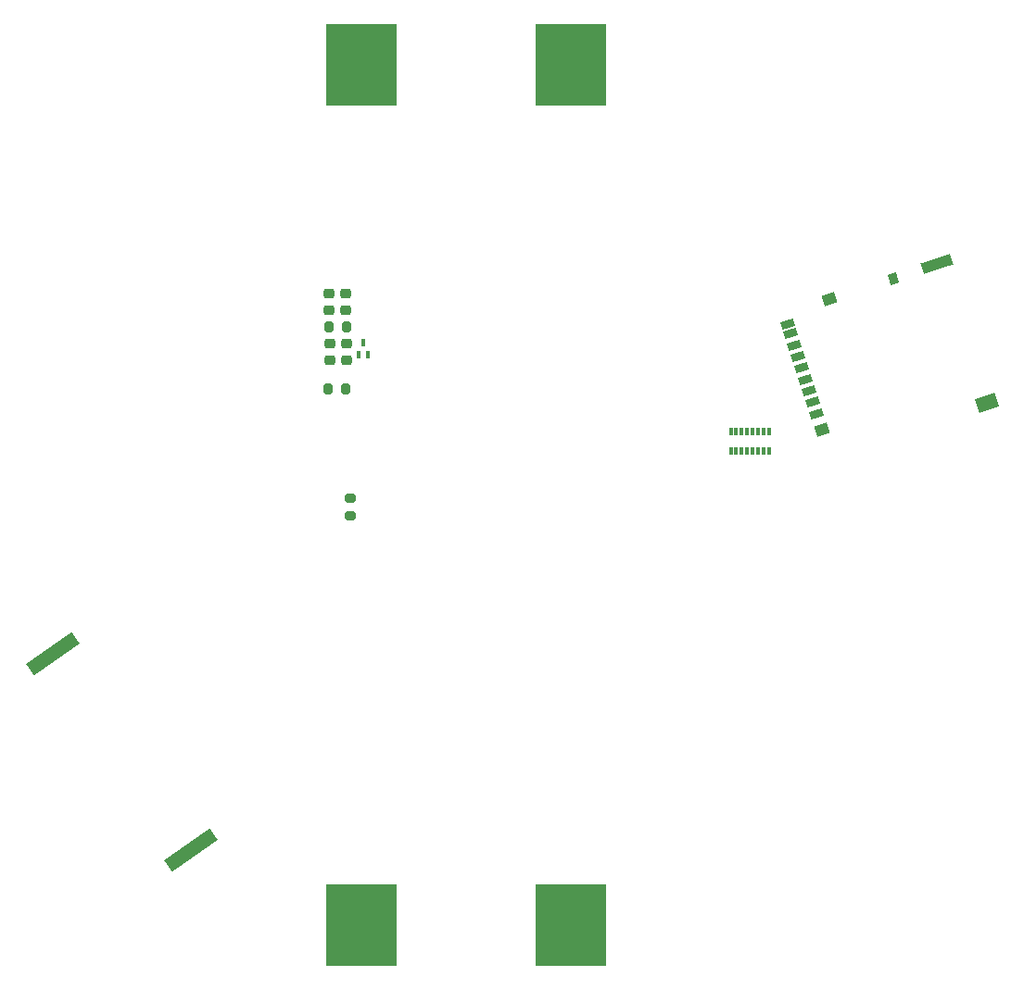
<source format=gbp>
G04 #@! TF.GenerationSoftware,KiCad,Pcbnew,6.0.6-1.fc36*
G04 #@! TF.CreationDate,2022-07-27T12:55:01+02:00*
G04 #@! TF.ProjectId,LAITS-HW,4c414954-532d-4485-972e-6b696361645f,1.0*
G04 #@! TF.SameCoordinates,Original*
G04 #@! TF.FileFunction,Paste,Bot*
G04 #@! TF.FilePolarity,Positive*
%FSLAX46Y46*%
G04 Gerber Fmt 4.6, Leading zero omitted, Abs format (unit mm)*
G04 Created by KiCad (PCBNEW 6.0.6-1.fc36) date 2022-07-27 12:55:01*
%MOMM*%
%LPD*%
G01*
G04 APERTURE LIST*
G04 Aperture macros list*
%AMRoundRect*
0 Rectangle with rounded corners*
0 $1 Rounding radius*
0 $2 $3 $4 $5 $6 $7 $8 $9 X,Y pos of 4 corners*
0 Add a 4 corners polygon primitive as box body*
4,1,4,$2,$3,$4,$5,$6,$7,$8,$9,$2,$3,0*
0 Add four circle primitives for the rounded corners*
1,1,$1+$1,$2,$3*
1,1,$1+$1,$4,$5*
1,1,$1+$1,$6,$7*
1,1,$1+$1,$8,$9*
0 Add four rect primitives between the rounded corners*
20,1,$1+$1,$2,$3,$4,$5,0*
20,1,$1+$1,$4,$5,$6,$7,0*
20,1,$1+$1,$6,$7,$8,$9,0*
20,1,$1+$1,$8,$9,$2,$3,0*%
%AMRotRect*
0 Rectangle, with rotation*
0 The origin of the aperture is its center*
0 $1 length*
0 $2 width*
0 $3 Rotation angle, in degrees counterclockwise*
0 Add horizontal line*
21,1,$1,$2,0,0,$3*%
G04 Aperture macros list end*
%ADD10RoundRect,0.200000X-0.200000X-0.275000X0.200000X-0.275000X0.200000X0.275000X-0.200000X0.275000X0*%
%ADD11RotRect,0.700000X1.200000X288.000000*%
%ADD12RotRect,1.000000X0.800000X288.000000*%
%ADD13RotRect,1.300000X1.900000X288.000000*%
%ADD14RotRect,1.000000X1.200000X288.000000*%
%ADD15RotRect,1.000000X2.800000X288.000000*%
%ADD16RoundRect,0.225000X-0.250000X0.225000X-0.250000X-0.225000X0.250000X-0.225000X0.250000X0.225000X0*%
%ADD17RoundRect,0.225000X0.250000X-0.225000X0.250000X0.225000X-0.250000X0.225000X-0.250000X-0.225000X0*%
%ADD18RotRect,1.270000X5.080000X125.000000*%
%ADD19R,0.300000X0.800000*%
%ADD20RoundRect,0.200000X0.200000X0.275000X-0.200000X0.275000X-0.200000X-0.275000X0.200000X-0.275000X0*%
%ADD21RoundRect,0.028800X0.131200X-0.301200X0.131200X0.301200X-0.131200X0.301200X-0.131200X-0.301200X0*%
%ADD22RoundRect,0.046200X0.163800X-0.283800X0.163800X0.283800X-0.163800X0.283800X-0.163800X-0.283800X0*%
%ADD23RoundRect,0.200000X0.275000X-0.200000X0.275000X0.200000X-0.275000X0.200000X-0.275000X-0.200000X0*%
%ADD24R,6.450000X7.450000*%
G04 APERTURE END LIST*
D10*
X71485000Y-98660000D03*
X73135000Y-98660000D03*
D11*
X116054789Y-106607077D03*
X115714870Y-105560915D03*
X115374951Y-104514753D03*
X115035032Y-103468591D03*
X114695114Y-102422428D03*
X114355195Y-101376266D03*
X114015276Y-100330104D03*
X113675358Y-99283942D03*
X113381792Y-98380438D03*
D12*
X123074319Y-94232256D03*
D13*
X131620908Y-105650041D03*
D14*
X117177768Y-96148161D03*
X116533765Y-108081215D03*
D15*
X127021203Y-92949836D03*
D16*
X71550000Y-100165000D03*
X71550000Y-101715000D03*
D17*
X71530000Y-97135000D03*
X71530000Y-95585000D03*
D18*
X46286595Y-128548886D03*
X58888069Y-146545656D03*
D19*
X108200000Y-108225000D03*
X108700000Y-108225000D03*
X109200000Y-108225000D03*
X109700000Y-108225000D03*
X110200000Y-108225000D03*
X110700000Y-108225000D03*
X111200000Y-108225000D03*
X111700000Y-108225000D03*
X111700000Y-110025000D03*
X111200000Y-110025000D03*
X110700000Y-110025000D03*
X110200000Y-110025000D03*
X109700000Y-110025000D03*
X109200000Y-110025000D03*
X108700000Y-110025000D03*
X108200000Y-110025000D03*
D17*
X73060000Y-97145000D03*
X73060000Y-95595000D03*
D20*
X73045000Y-104380000D03*
X71395000Y-104380000D03*
D21*
X75040000Y-101195000D03*
X74240000Y-101195000D03*
D22*
X74640000Y-100125000D03*
D16*
X73070000Y-100165000D03*
X73070000Y-101715000D03*
D23*
X73420000Y-115985000D03*
X73420000Y-114335000D03*
D24*
X74445000Y-74670000D03*
X74445000Y-153330000D03*
X93555000Y-153330000D03*
X93555000Y-74670000D03*
M02*

</source>
